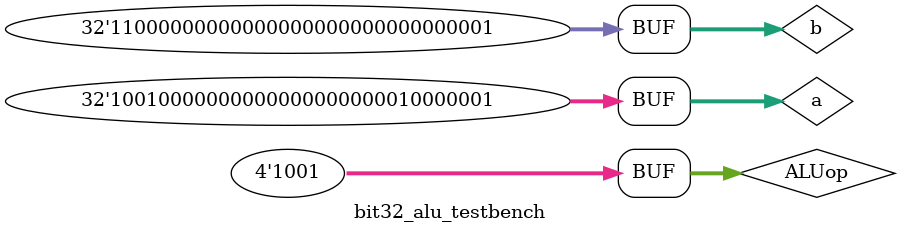
<source format=v>
module bit32_alu_testbench();	
	reg  [3:0] ALUop;
	reg  [31:0]a;
	reg  [31:0]b;
	wire [31:0]r;
	wire Z, V, CarryOut;
	
	bit32_alu test(Z, V, CarryOut, r, a, b, ALUop);

initial begin

ALUop = 4'b0110; // A - B
a = 32'b00000000000000000000000000000010; // +2
b = 32'b00000000000000000000000000000001; // +1
#50;

ALUop = 4'b0110; // A - B
a = 32'b00000000000000000000000000000001; // +1
b = 32'b00000000000000000000000000000010; // +2
#50;

ALUop = 4'b0010; // A + B
a = 32'b00000000000000000000000000000101; // +5
b = 32'b00000000000000000000000000000110; // +6
#50;

ALUop = 4'b0110; // A - B
a = 32'b11111111111111111111111111111011; // -5
b = 32'b00000000000000000000000000000110; // +6
#50;

ALUop = 4'b0000; // A and B
a = 32'b01010101010101010101010101010101; 
b = 32'b01010101010101010101010101010101;
#50;

ALUop = 4'b0000; // A and B
a = 32'b10101010101010101010101010101010; 
b = 32'b01010101010101010101010101010101;
#50;

ALUop = 4'b0000; // A and B
a = 32'b11111111111111110000000000000000; 
b = 32'b01010101010101010101010101010101;
#50;

ALUop = 4'b0001; // A or B
a = 32'b01010101010101010101010101010101; 
b = 32'b01010101010101010101010101010101;
#50;

ALUop = 4'b0001; // A or B
a = 32'b10101010101010101010101010101010; 
b = 32'b01010101010101010101010101010101;
#50;

ALUop = 4'b0001; // A or B
a = 32'b11111111111111110000000000000000; 
b = 32'b01000000000000000101010101010101;
#50;

ALUop = 4'b0010; // A + B
a = 32'b01010101010101010101010101010101; 
b = 32'b01010101010101010101010101010101;
#50;

ALUop = 4'b0010; // A + B
a = 32'b10101010101010101010101010101010; 
b = 32'b01010101010101010101010101010101;
#50;

ALUop = 4'b0010; // A + B
a = 32'b10000000000000001111111111111111; 
b = 32'b11000000000000001010101010101010;
#50;

ALUop = 4'b1010; // A + B unsig
a = 32'b01010101010101010101010101010101; 
b = 32'b01010101010101010101010101010101;
#50;

ALUop = 4'b1010; // A + B unsig
a = 32'b10101010101010101010101010101010; 
b = 32'b01010101010101010101010101010101;
#50;

ALUop = 4'b1010; // A + B unsig
a = 32'b10000000000000001111111111111111; 
b = 32'b11000000000000001010101010101010;
#50;

ALUop = 4'b0110; // A - B
a = 32'b00000000000000001111111111111111; 
b = 32'b00000000000000001010101010101010;
#50;

ALUop = 4'b0110; // A - B
a = 32'b00000000000000001111111111111111; 
b = 32'b00000000000000011010101010101010;
#50;

ALUop = 4'b0110; // A - B
a = 32'b10000000000000001111111111111111; 
b = 32'b11000000000000001010101010101010;
#50;

ALUop = 4'b1110; // A - B unsig
a = 32'b00000000000000001111111111111111; 
b = 32'b00000000000000001010101010101010;
#50;

ALUop = 4'b1110; // A - B unsig
a = 32'b00000000000000001111111111111111; 
b = 32'b00000000000000011010101010101010;
#50;

ALUop = 4'b1110; // A - B unsig
a = 32'b10000000000000001111111111111111; 
b = 32'b11000000000000001010101010101010;
#50;

ALUop = 4'b0101; // A nor B
a = 32'b00000000000000011111111111111111; 
b = 32'b00000000000000000010101010101010;
#50;

ALUop = 4'b0101; // A nor B
a = 32'b00000000000000000010101010101010;
b = 32'b00000000000000011111111111111111;
#50;

ALUop = 4'b0111; // SLT
a = 32'b01111111111111111111111111111111; 
b = 32'b00000000000000000000000000000001;
#50;

ALUop = 4'b0111; // SLT
a = 32'b11111111111111111111111111111111; 
b = 32'b00000000000000000000000000000001;
#50;

ALUop = 4'b0111; // SLT
a = 32'b01000000000000000000010101010001; 
b = 32'b10000000111111111111111111111111;
#50;

ALUop = 4'b0111; // SLT
a = 32'b11000000000000000000000000000001; 
b = 32'b10000000000000000000000000000001;
#50;

ALUop = 4'b0111; // SLT
a = 32'b10010000000000000000000000000001; 
b = 32'b11000000000000000000000000000001;
#50;

ALUop = 4'b1111; // SLTU
a = 32'b01111111111111111111111111111111; 
b = 32'b00000000000000000000000000000001;
#50;

ALUop = 4'b1111; // SLTU
a = 32'b11111111111111111111111111111111; 
b = 32'b00000000000000000000000000000001;
#50;

ALUop = 4'b1111; // SLTU
a = 32'b01000000000000000000010101010001; 
b = 32'b10000000111111111111111111111111;
#50;

ALUop = 4'b1111; // SLTU
a = 32'b11000000000000000000000000000001; 
b = 32'b10000000000000000000000000000001;
#50;

ALUop = 4'b1111; // SLTU
a = 32'b10010000000000000000000000000001; 
b = 32'b11000000000000000000000000000001;
#50;

ALUop = 4'b1000; // SLL
a = 32'b01010101011111111111100001111100; 
b = 32'b00000000000000000000000000000001;
#50;

ALUop = 4'b1000; // SLL
a = 32'b01010100000000000000000010010011; 
b = 32'b10000000111111111111111111111111;
#50;

ALUop = 4'b1001; // SRL
a = 32'b11000000000000000000000001000001; 
b = 32'b10000000000000000000000000000001;
#50;

ALUop = 4'b1001; // SRL
a = 32'b10010000000000000000000010000001; 
b = 32'b11000000000000000000000000000001;
#50;

end
 
initial
begin
$monitor("ALUop=%4b,\n a=%32b,\n b=%32b,\n r=%32b,\n Z=%1b, V=%1b, C=%1b, ", ALUop, a, b, r, Z, V, CarryOut);
end
 
endmodule
</source>
